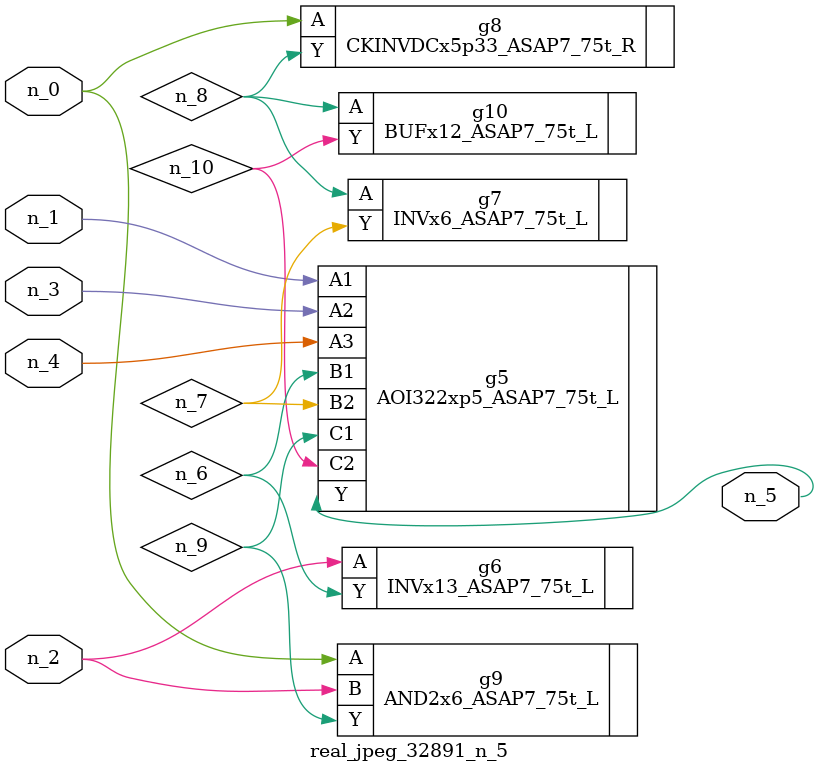
<source format=v>
module real_jpeg_32891_n_5 (n_4, n_0, n_1, n_2, n_3, n_5);

input n_4;
input n_0;
input n_1;
input n_2;
input n_3;

output n_5;

wire n_8;
wire n_6;
wire n_7;
wire n_10;
wire n_9;

CKINVDCx5p33_ASAP7_75t_R g8 ( 
.A(n_0),
.Y(n_8)
);

AND2x6_ASAP7_75t_L g9 ( 
.A(n_0),
.B(n_2),
.Y(n_9)
);

AOI322xp5_ASAP7_75t_L g5 ( 
.A1(n_1),
.A2(n_3),
.A3(n_4),
.B1(n_6),
.B2(n_7),
.C1(n_9),
.C2(n_10),
.Y(n_5)
);

INVx13_ASAP7_75t_L g6 ( 
.A(n_2),
.Y(n_6)
);

INVx6_ASAP7_75t_L g7 ( 
.A(n_8),
.Y(n_7)
);

BUFx12_ASAP7_75t_L g10 ( 
.A(n_8),
.Y(n_10)
);


endmodule
</source>
